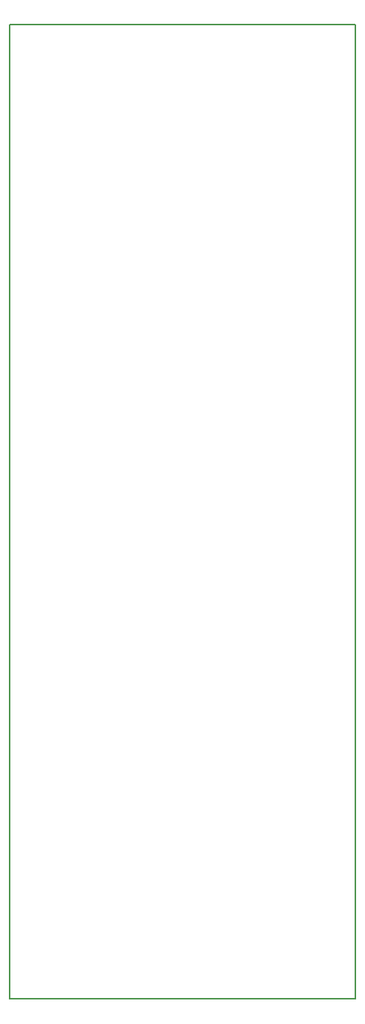
<source format=gm1>
G04 #@! TF.GenerationSoftware,KiCad,Pcbnew,(6.0.0)*
G04 #@! TF.CreationDate,2022-02-05T03:10:52+01:00*
G04 #@! TF.ProjectId,Schraeg,53636872-6165-4672-9e6b-696361645f70,rev?*
G04 #@! TF.SameCoordinates,Original*
G04 #@! TF.FileFunction,Profile,NP*
%FSLAX46Y46*%
G04 Gerber Fmt 4.6, Leading zero omitted, Abs format (unit mm)*
G04 Created by KiCad (PCBNEW (6.0.0)) date 2022-02-05 03:10:52*
%MOMM*%
%LPD*%
G01*
G04 APERTURE LIST*
G04 #@! TA.AperFunction,Profile*
%ADD10C,0.150000*%
G04 #@! TD*
G04 APERTURE END LIST*
D10*
X84500000Y-8800000D02*
X84500000Y-119700000D01*
X45000000Y-8800000D02*
X84500000Y-8800000D01*
X84500000Y-119700000D02*
X45000000Y-119700000D01*
X45000000Y-8800000D02*
X45000000Y-119700000D01*
M02*

</source>
